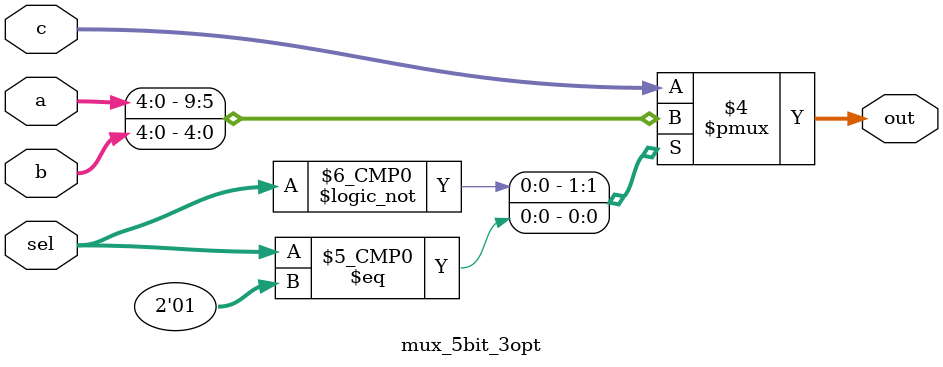
<source format=v>
`timescale 1ns / 1ps

module mux_5bit_3opt(
	input [4:0] a,
	input [4:0] b,
	input [4:0] c,
	input [1:0] sel,
	output reg [4:0] out
   );
	
	always @(*) begin
		case (sel)
			2'b00:
				out = a;
			2'b01:
				out = b;
			2'b10:
				out = c;
			default:
				out = c;
		endcase
	end


endmodule

</source>
